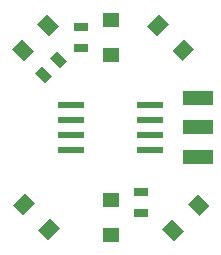
<source format=gtp>
G75*
G70*
%OFA0B0*%
%FSLAX24Y24*%
%IPPOS*%
%LPD*%
%AMOC8*
5,1,8,0,0,1.08239X$1,22.5*
%
%ADD10R,0.0870X0.0240*%
%ADD11R,0.0315X0.0472*%
%ADD12R,0.0472X0.0315*%
%ADD13R,0.0472X0.0551*%
%ADD14R,0.0551X0.0472*%
%ADD15R,0.0984X0.0472*%
D10*
X003902Y004482D03*
X003902Y004982D03*
X003902Y005482D03*
X003902Y005982D03*
X006552Y005982D03*
X006552Y005482D03*
X006552Y004982D03*
X006552Y004482D03*
D11*
G36*
X003205Y007537D02*
X003427Y007759D01*
X003759Y007427D01*
X003537Y007205D01*
X003205Y007537D01*
G37*
G36*
X002704Y007036D02*
X002926Y007258D01*
X003258Y006926D01*
X003036Y006704D01*
X002704Y007036D01*
G37*
D12*
X004232Y007877D03*
X004232Y008586D03*
X006232Y003086D03*
X006232Y002377D03*
D13*
G36*
X002359Y003042D02*
X002693Y002708D01*
X002305Y002320D01*
X001971Y002654D01*
X002359Y003042D01*
G37*
G36*
X003195Y002207D02*
X003529Y001873D01*
X003141Y001485D01*
X002807Y001819D01*
X003195Y002207D01*
G37*
G36*
X007675Y001787D02*
X007341Y001453D01*
X006953Y001841D01*
X007287Y002175D01*
X007675Y001787D01*
G37*
G36*
X008510Y002622D02*
X008176Y002288D01*
X007788Y002676D01*
X008122Y003010D01*
X008510Y002622D01*
G37*
G36*
X007622Y007453D02*
X007288Y007787D01*
X007676Y008175D01*
X008010Y007841D01*
X007622Y007453D01*
G37*
G36*
X006787Y008288D02*
X006453Y008622D01*
X006841Y009010D01*
X007175Y008676D01*
X006787Y008288D01*
G37*
G36*
X002785Y008673D02*
X003119Y009007D01*
X003507Y008619D01*
X003173Y008285D01*
X002785Y008673D01*
G37*
G36*
X001950Y007838D02*
X002284Y008172D01*
X002672Y007784D01*
X002338Y007450D01*
X001950Y007838D01*
G37*
D14*
X005232Y007641D03*
X005232Y008822D03*
X005232Y002822D03*
X005232Y001641D03*
D15*
X008149Y004248D03*
X008149Y005232D03*
X008149Y006216D03*
M02*

</source>
